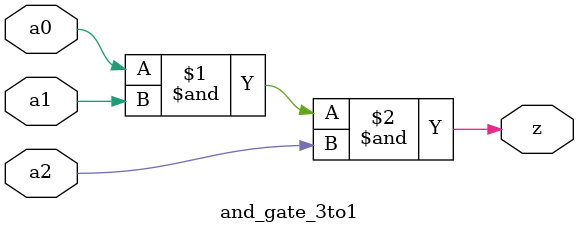
<source format=v>
module and_gate_3to1(a0, a1, a2, z);
    input wire a0, a1, a2;
    output wire z;

    assign z = (a0 & a1 & a2);
endmodule
</source>
